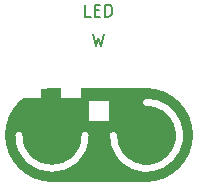
<source format=gto>
%TF.GenerationSoftware,KiCad,Pcbnew,4.0.7-e2-6376~58~ubuntu16.04.1*%
%TF.CreationDate,2018-05-09T10:33:28-07:00*%
%TF.ProjectId,2x2-LED-WHITE-SMT-LIMITED,3278322D4C45442D57484954452D534D,1.0*%
%TF.FileFunction,Legend,Top*%
%FSLAX46Y46*%
G04 Gerber Fmt 4.6, Leading zero omitted, Abs format (unit mm)*
G04 Created by KiCad (PCBNEW 4.0.7-e2-6376~58~ubuntu16.04.1) date Wed May  9 10:33:28 2018*
%MOMM*%
%LPD*%
G01*
G04 APERTURE LIST*
%ADD10C,0.350000*%
%ADD11C,0.152400*%
%ADD12C,8.000000*%
%ADD13C,0.150000*%
%ADD14C,0.600000*%
%ADD15R,1.652400X1.752400*%
%ADD16R,1.752400X1.652400*%
G04 APERTURE END LIST*
D10*
D11*
X25218572Y-37543619D02*
X25460477Y-38559619D01*
X25654000Y-37833905D01*
X25847524Y-38559619D01*
X26089429Y-37543619D01*
D12*
X21718000Y-46100000D02*
X29718000Y-46100000D01*
D13*
X20012571Y-46789429D02*
X19286857Y-46789429D01*
X19286857Y-45265429D01*
X20520571Y-45991143D02*
X21028571Y-45991143D01*
X21246285Y-46789429D02*
X20520571Y-46789429D01*
X20520571Y-45265429D01*
X21246285Y-45265429D01*
X21899428Y-46789429D02*
X21899428Y-45265429D01*
X22262285Y-45265429D01*
X22480000Y-45338000D01*
X22625142Y-45483143D01*
X22697714Y-45628286D01*
X22770285Y-45918571D01*
X22770285Y-46136286D01*
X22697714Y-46426571D01*
X22625142Y-46571714D01*
X22480000Y-46716857D01*
X22262285Y-46789429D01*
X21899428Y-46789429D01*
X24221714Y-46789429D02*
X23350857Y-46789429D01*
X23786285Y-46789429D02*
X23786285Y-45265429D01*
X23641142Y-45483143D01*
X23496000Y-45628286D01*
X23350857Y-45700857D01*
X25011143Y-36052381D02*
X24534952Y-36052381D01*
X24534952Y-35052381D01*
X25344476Y-35528571D02*
X25677810Y-35528571D01*
X25820667Y-36052381D02*
X25344476Y-36052381D01*
X25344476Y-35052381D01*
X25820667Y-35052381D01*
X26249238Y-36052381D02*
X26249238Y-35052381D01*
X26487333Y-35052381D01*
X26630191Y-35100000D01*
X26725429Y-35195238D01*
X26773048Y-35290476D01*
X26820667Y-35480952D01*
X26820667Y-35623810D01*
X26773048Y-35814286D01*
X26725429Y-35909524D01*
X26630191Y-36004762D01*
X26487333Y-36052381D01*
X26249238Y-36052381D01*
%LPC*%
D14*
X18918000Y-46100000D02*
G75*
G03X24518000Y-46100000I2800000J0D01*
G01*
X26918000Y-46100000D02*
G75*
G03X29718000Y-43300000I2800000J0D01*
G01*
X29718000Y-40900000D02*
G75*
G03X26918000Y-38100000I0J2800000D01*
G01*
X24518000Y-38100000D02*
G75*
G03X18918000Y-38100000I-2800000J0D01*
G01*
D15*
X19908000Y-42100000D03*
X23328000Y-42100000D03*
D16*
X25718000Y-44060000D03*
X25718000Y-40640000D03*
M02*

</source>
